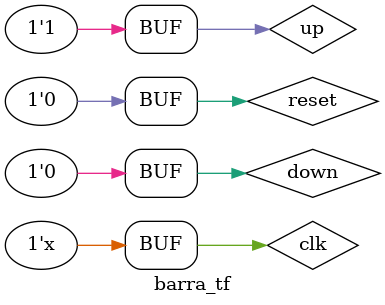
<source format=v>
`timescale 1ns / 1ps


module barra_tf;

	// Inputs
	reg clk;
	reg reset;
	reg up;
	reg down;

	// Outputs
	wire [9:0] y;

	// Instantiate the Unit Under Test (UUT)
	barra uut (
		.clk(clk), 
		.reset(reset), 
		.up(up), 
		.down(down), 
		.y(y)
	);

	initial begin
		// Initialize Inputs
		clk = 0;
		reset = 0;
		up = 0;
		down = 0;

		// Wait 100 ns for global reset to finish
		#10;
        
		// Add stimulus here
		up = 1;
		
		#10;
		
		down = 1;
		
		#5;
		
		up = 0;
		
		#500;
		
		down = 0;
		
		#10
		
		reset = 1;
		
		#10
		reset = 0;
		up = 1;
		

	end
	
	always
	#1  clk = ~clk;
      
endmodule


</source>
